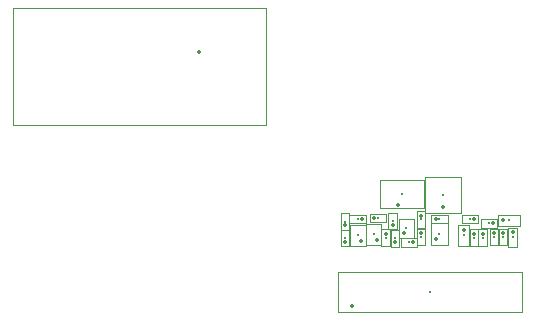
<source format=gbr>
%TF.GenerationSoftware,KiCad,Pcbnew,7.0.6*%
%TF.CreationDate,2023-09-10T10:30:15-04:00*%
%TF.ProjectId,headstage-neuropix1e,68656164-7374-4616-9765-2d6e6575726f,B*%
%TF.SameCoordinates,Original*%
%TF.FileFunction,Component,L1,Top*%
%TF.FilePolarity,Positive*%
%FSLAX46Y46*%
G04 Gerber Fmt 4.6, Leading zero omitted, Abs format (unit mm)*
G04 Created by KiCad (PCBNEW 7.0.6) date 2023-09-10 10:30:15*
%MOMM*%
%LPD*%
G01*
G04 APERTURE LIST*
%TA.AperFunction,ComponentMain*%
%ADD10C,0.300000*%
%TD*%
%TA.AperFunction,ComponentOutline,Courtyard*%
%ADD11C,0.100000*%
%TD*%
%TA.AperFunction,ComponentPin*%
%ADD12P,0.360000X4X0.000000*%
%TD*%
%TA.AperFunction,ComponentPin*%
%ADD13C,0.000000*%
%TD*%
G04 APERTURE END LIST*
D10*
%TO.C,"J2"*%
%TO.CFtp,"TE_1-2013496-8"*%
%TO.CVal,"1-2013496-8"*%
%TO.CLbN,"open-ephys"*%
%TO.CMnt,SMD*%
%TO.CRot,0*%
X142600000Y-96825000D03*
D11*
X150399999Y-95125001D02*
X150399999Y-98474999D01*
X134800001Y-98474999D01*
X134800001Y-95125001D01*
X150399999Y-95125001D01*
D12*
%TO.P,"J2","1","Pin_1"*%
X136000000Y-98025000D03*
D13*
%TO.P,"J2","2","Pin_2"*%
X136300000Y-95550000D03*
%TO.P,"J2","3","Pin_3"*%
X136600000Y-98025000D03*
%TO.P,"J2","4","Pin_4"*%
X136900000Y-95550000D03*
%TO.P,"J2","5","Pin_5"*%
X137200000Y-98025000D03*
%TO.P,"J2","6","Pin_6"*%
X137500000Y-95550000D03*
%TO.P,"J2","7","Pin_7"*%
X137800000Y-98025000D03*
%TO.P,"J2","8","Pin_8"*%
X138100000Y-95550000D03*
%TO.P,"J2","9","Pin_9"*%
X138400000Y-98025000D03*
%TO.P,"J2","10","Pin_10"*%
X138700000Y-95550000D03*
%TO.P,"J2","11","Pin_11"*%
X139000000Y-98025000D03*
%TO.P,"J2","12","Pin_12"*%
X139300000Y-95550000D03*
%TO.P,"J2","13","Pin_13"*%
X139600000Y-98025000D03*
%TO.P,"J2","14","Pin_14"*%
X139900000Y-95550000D03*
%TO.P,"J2","15","Pin_15"*%
X140200000Y-98025000D03*
%TO.P,"J2","16","Pin_16"*%
X140500000Y-95550000D03*
%TO.P,"J2","17","Pin_17"*%
X140800000Y-98025000D03*
%TO.P,"J2","18","Pin_18"*%
X141100000Y-95550000D03*
%TO.P,"J2","19","Pin_19"*%
X141400000Y-98025000D03*
%TO.P,"J2","20","Pin_20"*%
X141700000Y-95550000D03*
%TO.P,"J2","21","Pin_21"*%
X142000000Y-98025000D03*
%TO.P,"J2","22","Pin_22"*%
X142300000Y-95550000D03*
%TO.P,"J2","23","Pin_23"*%
X142600000Y-98025000D03*
%TO.P,"J2","24","Pin_24"*%
X142900000Y-95550000D03*
%TO.P,"J2","25","Pin_25"*%
X143200000Y-98025000D03*
%TO.P,"J2","26","Pin_26"*%
X143500000Y-95550000D03*
%TO.P,"J2","27","Pin_27"*%
X143800000Y-98025000D03*
%TO.P,"J2","28","Pin_28"*%
X144100000Y-95550000D03*
%TO.P,"J2","29","Pin_29"*%
X144400000Y-98025000D03*
%TO.P,"J2","30","Pin_30"*%
X144700000Y-95550000D03*
%TO.P,"J2","31","Pin_31"*%
X145000000Y-98025000D03*
%TO.P,"J2","32","Pin_32"*%
X145300000Y-95550000D03*
%TO.P,"J2","33","Pin_33"*%
X145600000Y-98025000D03*
%TO.P,"J2","34","Pin_34"*%
X145900000Y-95550000D03*
%TO.P,"J2","35","Pin_35"*%
X146200000Y-98025000D03*
%TO.P,"J2","36","Pin_36"*%
X146500000Y-95550000D03*
%TO.P,"J2","37","Pin_37"*%
X146800000Y-98025000D03*
%TO.P,"J2","38","Pin_38"*%
X147100000Y-95550000D03*
%TO.P,"J2","39","Pin_39"*%
X147400000Y-98025000D03*
%TO.P,"J2","40","Pin_40"*%
X147700000Y-95550000D03*
%TO.P,"J2","41","Pin_41"*%
X148000000Y-98025000D03*
%TO.P,"J2","42","Pin_42"*%
X148300000Y-95550000D03*
%TO.P,"J2","43","Pin_43"*%
X148600000Y-98025000D03*
%TO.P,"J2","44","Pin_44"*%
X148900000Y-95550000D03*
%TO.P,"J2","45","Pin_45"*%
X149200000Y-98025000D03*
%TO.P,"J2","MP","MountPin"*%
X135400000Y-97525000D03*
X149800000Y-97525000D03*
%TD*%
D10*
%TO.C,"R1"*%
%TO.CFtp,"R_0201_0603Metric"*%
%TO.CVal,"1k"*%
%TO.CLbN,"Resistor_SMD"*%
%TO.CMnt,SMD*%
%TO.CRot,0*%
X138180000Y-90560000D03*
D11*
X138879999Y-90210001D02*
X138879999Y-90909999D01*
X137480001Y-90909999D01*
X137480001Y-90210001D01*
X138879999Y-90210001D01*
D12*
%TO.P,"R1","1"*%
X137860000Y-90560000D03*
D13*
%TO.P,"R1","2"*%
X138500000Y-90560000D03*
%TD*%
D10*
%TO.C,"C19"*%
%TO.CFtp,"C_0201_0603Metric"*%
%TO.CVal,"10nF"*%
%TO.CLbN,"Capacitor_SMD"*%
%TO.CMnt,SMD*%
%TO.CRot,-90*%
X146350000Y-92200000D03*
D11*
X146699999Y-91500001D02*
X146699999Y-92899999D01*
X146000001Y-92899999D01*
X146000001Y-91500001D01*
X146699999Y-91500001D01*
D12*
%TO.P,"C19","1"*%
X146350000Y-91880000D03*
D13*
%TO.P,"C19","2"*%
X146350000Y-92520000D03*
%TD*%
D10*
%TO.C,"J5"*%
%TO.CFtp,"MOLEX_5050700622"*%
%TO.CVal,"5050700622"*%
%TO.CLbN,"jonnew"*%
%TO.CMnt,SMD*%
%TO.CRot,0*%
X140200000Y-88500000D03*
D11*
X142049999Y-87300001D02*
X142049999Y-89699999D01*
X138350001Y-89699999D01*
X138350001Y-87300001D01*
X142049999Y-87300001D01*
D12*
%TO.P,"J5","1","Pin_1"*%
X139850000Y-89410000D03*
D13*
%TO.P,"J5","2","Pin_2"*%
X139850000Y-87590000D03*
%TO.P,"J5","3","Pin_3"*%
X140200000Y-89410000D03*
%TO.P,"J5","4","Pin_4"*%
X140200000Y-87590000D03*
%TO.P,"J5","5","Pin_5"*%
X140550000Y-89410000D03*
%TO.P,"J5","6","Pin_6"*%
X140550000Y-87590000D03*
%TO.P,"J5","MP1","MountPin1"*%
X139475000Y-89265000D03*
%TO.P,"J5","MP2","MountPin2"*%
X139475000Y-87735000D03*
%TO.P,"J5","MP3","MountPin3"*%
X140925000Y-89265000D03*
%TO.P,"J5","MP4","MountPin4"*%
X140925000Y-87735000D03*
%TD*%
D10*
%TO.C,"J1"*%
%TO.CFtp,"HIROSE_X.FL-R-SMT-1"*%
%TO.CVal,"X.FL-R-SMT-1(02)"*%
%TO.CLbN,"jonnew"*%
%TO.CMnt,SMD*%
%TO.CRot,0*%
X143700000Y-88600000D03*
D11*
X145199999Y-87100001D02*
X145199999Y-90099999D01*
X142200001Y-90099999D01*
X142200001Y-87100001D01*
X145199999Y-87100001D01*
D12*
%TO.P,"J1","1","In"*%
X143700000Y-89575000D03*
D13*
%TO.P,"J1","2","Ext"*%
X142700000Y-88600000D03*
X143700000Y-87575000D03*
X144700000Y-88600000D03*
%TD*%
D10*
%TO.C,"R15"*%
%TO.CFtp,"R_0201_0603Metric"*%
%TO.CVal,"49.9"*%
%TO.CLbN,"Resistor_SMD"*%
%TO.CMnt,SMD*%
%TO.CRot,90*%
X139430000Y-90790000D03*
D11*
X139779999Y-90090001D02*
X139779999Y-91489999D01*
X139080001Y-91489999D01*
X139080001Y-90090001D01*
X139779999Y-90090001D01*
D12*
%TO.P,"R15","1"*%
X139430000Y-91110000D03*
D13*
%TO.P,"R15","2"*%
X139430000Y-90470000D03*
%TD*%
D10*
%TO.C,"R12"*%
%TO.CFtp,"R_0201_0603Metric"*%
%TO.CVal,"1k"*%
%TO.CLbN,"Resistor_SMD"*%
%TO.CMnt,SMD*%
%TO.CRot,-90*%
X141850000Y-90650000D03*
D11*
X142199999Y-89950001D02*
X142199999Y-91349999D01*
X141500001Y-91349999D01*
X141500001Y-89950001D01*
X142199999Y-89950001D01*
D12*
%TO.P,"R12","1"*%
X141850000Y-90330000D03*
D13*
%TO.P,"R12","2"*%
X141850000Y-90970000D03*
%TD*%
D10*
%TO.C,"C21"*%
%TO.CFtp,"C_0402_1005Metric"*%
%TO.CVal,"10uF"*%
%TO.CLbN,"Capacitor_SMD"*%
%TO.CMnt,SMD*%
%TO.CRot,-90*%
X145450000Y-92000000D03*
D11*
X145909999Y-91090001D02*
X145909999Y-92909999D01*
X144990001Y-92909999D01*
X144990001Y-91090001D01*
X145909999Y-91090001D01*
D12*
%TO.P,"C21","1"*%
X145450000Y-91520000D03*
D13*
%TO.P,"C21","2"*%
X145450000Y-92480000D03*
%TD*%
D10*
%TO.C,"U2"*%
%TO.CFtp,"ANALOG_CB-6-2_BGA-6_2x3_1.0x1.45mm"*%
%TO.CVal,"ADP220ACBZ-1812R7"*%
%TO.CLbN,"oe_common"*%
%TO.CMnt,SMD*%
%TO.CRot,180*%
X137840000Y-91920000D03*
D11*
X138489999Y-91020001D02*
X138489999Y-92819999D01*
X137190001Y-92819999D01*
X137190001Y-91020001D01*
X138489999Y-91020001D01*
D12*
%TO.P,"U2","A1","EN1"*%
X138090000Y-92420000D03*
D13*
%TO.P,"U2","A2","VOUT1"*%
X137590000Y-92420000D03*
%TO.P,"U2","B1","GND"*%
X138090000Y-91920000D03*
%TO.P,"U2","B2","VIN"*%
X137590000Y-91920000D03*
%TO.P,"U2","C1","EN2"*%
X138090000Y-91420000D03*
%TO.P,"U2","C2","VOUT2"*%
X137590000Y-91420000D03*
%TD*%
D10*
%TO.C,"C10"*%
%TO.CFtp,"C_0201_0603Metric"*%
%TO.CVal,"1uF"*%
%TO.CLbN,"Capacitor_SMD"*%
%TO.CMnt,SMD*%
%TO.CRot,90*%
X135400000Y-90845000D03*
D11*
X135749999Y-90145001D02*
X135749999Y-91544999D01*
X135050001Y-91544999D01*
X135050001Y-90145001D01*
X135749999Y-90145001D01*
D12*
%TO.P,"C10","1"*%
X135400000Y-91165000D03*
D13*
%TO.P,"C10","2"*%
X135400000Y-90525000D03*
%TD*%
D10*
%TO.C,"U6"*%
%TO.CFtp,"ANALOG_N60T1+1_WLP6-1.24x0.84x0.5"*%
%TO.CVal,"MAX40111ANT"*%
%TO.CLbN,"oe_common"*%
%TO.CMnt,SMD*%
%TO.CRot,90*%
X140600000Y-91400000D03*
D11*
X141199999Y-90600001D02*
X141199999Y-92199999D01*
X140000001Y-92199999D01*
X140000001Y-90600001D01*
X141199999Y-90600001D01*
D12*
%TO.P,"U6","A1","V+"*%
X140400000Y-91800000D03*
D13*
%TO.P,"U6","A2","~{SHDN}"*%
X140400000Y-91400000D03*
%TO.P,"U6","A3"*%
X140400000Y-91000000D03*
%TO.P,"U6","B1","+"*%
X140800000Y-91800000D03*
%TO.P,"U6","B2","V-"*%
X140800000Y-91400000D03*
%TO.P,"U6","B3","-"*%
X140800000Y-91000000D03*
%TD*%
D10*
%TO.C,"U4"*%
%TO.CFtp,"Texas_X2SON-4_1x1mm_P0.65mm"*%
%TO.CVal,"TPS3839E16DQNT "*%
%TO.CLbN,"Package_SON"*%
%TO.CMnt,SMD*%
%TO.CRot,90*%
X143400000Y-91900000D03*
D11*
X144149999Y-90990001D02*
X144149999Y-92809999D01*
X142650001Y-92809999D01*
X142650001Y-90990001D01*
X144149999Y-90990001D01*
D12*
%TO.P,"U4","1","~{RESET}"*%
X143075000Y-92330000D03*
D13*
%TO.P,"U4","2","NC"*%
X143725000Y-92330000D03*
%TO.P,"U4","3","GND"*%
X143725000Y-91470000D03*
%TO.P,"U4","4","VDD"*%
X143075000Y-91470000D03*
%TO.P,"U4","5","TP"*%
X143400000Y-91900000D03*
%TD*%
D10*
%TO.C,"C23"*%
%TO.CFtp,"C_0201_0603Metric"*%
%TO.CVal,"0.1uF"*%
%TO.CLbN,"Capacitor_SMD"*%
%TO.CMnt,SMD*%
%TO.CRot,-90*%
X148750000Y-92150000D03*
D11*
X149099999Y-91450001D02*
X149099999Y-92849999D01*
X148400001Y-92849999D01*
X148400001Y-91450001D01*
X149099999Y-91450001D01*
D12*
%TO.P,"C23","1"*%
X148750000Y-91830000D03*
D13*
%TO.P,"C23","2"*%
X148750000Y-92470000D03*
%TD*%
D10*
%TO.C,"R5"*%
%TO.CFtp,"R_0201_0603Metric"*%
%TO.CVal,"7.15k"*%
%TO.CLbN,"Resistor_SMD"*%
%TO.CMnt,SMD*%
%TO.CRot,90*%
X135400000Y-92245000D03*
D11*
X135749999Y-91545001D02*
X135749999Y-92944999D01*
X135050001Y-92944999D01*
X135050001Y-91545001D01*
X135749999Y-91545001D01*
D12*
%TO.P,"R5","1"*%
X135400000Y-92565000D03*
D13*
%TO.P,"R5","2"*%
X135400000Y-91925000D03*
%TD*%
D10*
%TO.C,"C20"*%
%TO.CFtp,"C_0201_0603Metric"*%
%TO.CVal,"0.1uF"*%
%TO.CLbN,"Capacitor_SMD"*%
%TO.CMnt,SMD*%
%TO.CRot,-90*%
X147050000Y-92200000D03*
D11*
X147399999Y-91500001D02*
X147399999Y-92899999D01*
X146700001Y-92899999D01*
X146700001Y-91500001D01*
X147399999Y-91500001D01*
D12*
%TO.P,"C20","1"*%
X147050000Y-91880000D03*
D13*
%TO.P,"C20","2"*%
X147050000Y-92520000D03*
%TD*%
D10*
%TO.C,"R11"*%
%TO.CFtp,"R_0201_0603Metric"*%
%TO.CVal,"1k"*%
%TO.CLbN,"Resistor_SMD"*%
%TO.CMnt,SMD*%
%TO.CRot,180*%
X140800000Y-92600000D03*
D11*
X141499999Y-92250001D02*
X141499999Y-92949999D01*
X140100001Y-92949999D01*
X140100001Y-92250001D01*
X141499999Y-92250001D01*
D12*
%TO.P,"R11","1"*%
X141120000Y-92600000D03*
D13*
%TO.P,"R11","2"*%
X140480000Y-92600000D03*
%TD*%
D10*
%TO.C,"C28"*%
%TO.CFtp,"C_0201_0603Metric"*%
%TO.CVal,"0.1uF"*%
%TO.CLbN,"Capacitor_SMD"*%
%TO.CMnt,SMD*%
%TO.CRot,90*%
X139650000Y-92250000D03*
D11*
X139999999Y-91550001D02*
X139999999Y-92949999D01*
X139300001Y-92949999D01*
X139300001Y-91550001D01*
X139999999Y-91550001D01*
D12*
%TO.P,"C28","1"*%
X139650000Y-92570000D03*
D13*
%TO.P,"C28","2"*%
X139650000Y-91930000D03*
%TD*%
D10*
%TO.C,"R14"*%
%TO.CFtp,"R_0201_0603Metric"*%
%TO.CVal,"10k"*%
%TO.CLbN,"Resistor_SMD"*%
%TO.CMnt,SMD*%
%TO.CRot,-90*%
X138840000Y-92200000D03*
D11*
X139189999Y-91500001D02*
X139189999Y-92899999D01*
X138490001Y-92899999D01*
X138490001Y-91500001D01*
X139189999Y-91500001D01*
D12*
%TO.P,"R14","1"*%
X138840000Y-91880000D03*
D13*
%TO.P,"R14","2"*%
X138840000Y-92520000D03*
%TD*%
D10*
%TO.C,"U3"*%
%TO.CFtp,"ANALOG_CB-6-2_BGA-6_2x3_1.0x1.45mm"*%
%TO.CVal,"ADP220ACBZ-1812R7"*%
%TO.CLbN,"oe_common"*%
%TO.CMnt,SMD*%
%TO.CRot,180*%
X136490000Y-92000000D03*
D11*
X137139999Y-91100001D02*
X137139999Y-92899999D01*
X135840001Y-92899999D01*
X135840001Y-91100001D01*
X137139999Y-91100001D01*
D12*
%TO.P,"U3","A1","EN1"*%
X136740000Y-92500000D03*
D13*
%TO.P,"U3","A2","VOUT1"*%
X136240000Y-92500000D03*
%TO.P,"U3","B1","GND"*%
X136740000Y-92000000D03*
%TO.P,"U3","B2","VIN"*%
X136240000Y-92000000D03*
%TO.P,"U3","C1","EN2"*%
X136740000Y-91500000D03*
%TO.P,"U3","C2","VOUT2"*%
X136240000Y-91500000D03*
%TD*%
D10*
%TO.C,"L4"*%
%TO.CFtp,"L_0201_0603Metric"*%
%TO.CVal,"BLF03RD501GZED"*%
%TO.CLbN,"Inductor_SMD"*%
%TO.CMnt,SMD*%
%TO.CRot,180*%
X147600000Y-91000000D03*
D11*
X148299999Y-90650001D02*
X148299999Y-91349999D01*
X146900001Y-91349999D01*
X146900001Y-90650001D01*
X148299999Y-90650001D01*
D12*
%TO.P,"L4","1","1"*%
X147920000Y-91000000D03*
D13*
%TO.P,"L4","2","2"*%
X147280000Y-91000000D03*
%TD*%
D10*
%TO.C,"C22"*%
%TO.CFtp,"C_0201_0603Metric"*%
%TO.CVal,"10nF"*%
%TO.CLbN,"Capacitor_SMD"*%
%TO.CMnt,SMD*%
%TO.CRot,-90*%
X148000000Y-92150000D03*
D11*
X148349999Y-91450001D02*
X148349999Y-92849999D01*
X147650001Y-92849999D01*
X147650001Y-91450001D01*
X148349999Y-91450001D01*
D12*
%TO.P,"C22","1"*%
X148000000Y-91830000D03*
D13*
%TO.P,"C22","2"*%
X148000000Y-92470000D03*
%TD*%
D10*
%TO.C,"C7"*%
%TO.CFtp,"C_0201_0603Metric"*%
%TO.CVal,"0.1uF"*%
%TO.CLbN,"Capacitor_SMD"*%
%TO.CMnt,SMD*%
%TO.CRot,0*%
X143400000Y-90600000D03*
D11*
X144099999Y-90250001D02*
X144099999Y-90949999D01*
X142700001Y-90949999D01*
X142700001Y-90250001D01*
X144099999Y-90250001D01*
D12*
%TO.P,"C7","1"*%
X143080000Y-90600000D03*
D13*
%TO.P,"C7","2"*%
X143720000Y-90600000D03*
%TD*%
D10*
%TO.C,"C24"*%
%TO.CFtp,"C_0402_1005Metric"*%
%TO.CVal,"10uF"*%
%TO.CLbN,"Capacitor_SMD"*%
%TO.CMnt,SMD*%
%TO.CRot,0*%
X149280000Y-90725000D03*
D11*
X150189999Y-90265001D02*
X150189999Y-91184999D01*
X148370001Y-91184999D01*
X148370001Y-90265001D01*
X150189999Y-90265001D01*
D12*
%TO.P,"C24","1"*%
X148800000Y-90725000D03*
D13*
%TO.P,"C24","2"*%
X149760000Y-90725000D03*
%TD*%
D10*
%TO.C,"R10"*%
%TO.CFtp,"R_0201_0603Metric"*%
%TO.CVal,"49.9"*%
%TO.CLbN,"Resistor_SMD"*%
%TO.CMnt,SMD*%
%TO.CRot,180*%
X146000000Y-90600000D03*
D11*
X146699999Y-90250001D02*
X146699999Y-90949999D01*
X145300001Y-90949999D01*
X145300001Y-90250001D01*
X146699999Y-90250001D01*
D12*
%TO.P,"R10","1"*%
X146320000Y-90600000D03*
D13*
%TO.P,"R10","2"*%
X145680000Y-90600000D03*
%TD*%
D10*
%TO.C,"J3"*%
%TO.CFtp,"IDC-Header_2x05_P2.54mm_Vertical"*%
%TO.CVal,"SBH11-PBPC-D05-ST-BK"*%
%TO.CLbN,"Connector_IDC"*%
%TO.CMnt,TH*%
%TO.CRot,-90*%
X123080000Y-76447500D03*
D11*
X128679999Y-72767501D02*
X128679999Y-82667499D01*
X107320001Y-82667499D01*
X107320001Y-72767501D01*
X128679999Y-72767501D01*
D12*
%TO.P,"J3","1","Pin_1"*%
X123080000Y-76447500D03*
D13*
%TO.P,"J3","2","Pin_2"*%
X123080000Y-78987500D03*
%TO.P,"J3","3","Pin_3"*%
X120540000Y-76447500D03*
%TO.P,"J3","4","Pin_4"*%
X120540000Y-78987500D03*
%TO.P,"J3","5","Pin_5"*%
X118000000Y-76447500D03*
%TO.P,"J3","6","Pin_6"*%
X118000000Y-78987500D03*
%TO.P,"J3","7","Pin_7"*%
X115460000Y-76447500D03*
%TO.P,"J3","8","Pin_8"*%
X115460000Y-78987500D03*
%TO.P,"J3","9","Pin_9"*%
X112920000Y-76447500D03*
%TO.P,"J3","10","Pin_10"*%
X112920000Y-78987500D03*
%TD*%
D10*
%TO.C,"R13"*%
%TO.CFtp,"R_0201_0603Metric"*%
%TO.CVal,"1k"*%
%TO.CLbN,"Resistor_SMD"*%
%TO.CMnt,SMD*%
%TO.CRot,-90*%
X141850000Y-92150000D03*
D11*
X142199999Y-91450001D02*
X142199999Y-92849999D01*
X141500001Y-92849999D01*
X141500001Y-91450001D01*
X142199999Y-91450001D01*
D12*
%TO.P,"R13","1"*%
X141850000Y-91830000D03*
D13*
%TO.P,"R13","2"*%
X141850000Y-92470000D03*
%TD*%
D10*
%TO.C,"R2"*%
%TO.CFtp,"R_0201_0603Metric"*%
%TO.CVal,"1k"*%
%TO.CLbN,"Resistor_SMD"*%
%TO.CMnt,SMD*%
%TO.CRot,180*%
X136480000Y-90620000D03*
D11*
X137179999Y-90270001D02*
X137179999Y-90969999D01*
X135780001Y-90969999D01*
X135780001Y-90270001D01*
X137179999Y-90270001D01*
D12*
%TO.P,"R2","1"*%
X136800000Y-90620000D03*
D13*
%TO.P,"R2","2"*%
X136160000Y-90620000D03*
%TD*%
D10*
%TO.C,"D1"*%
%TO.CFtp,"ROHM_SML-P11MTT86R"*%
%TO.CVal,"SML-P11UTT86R"*%
%TO.CLbN,"jonnew"*%
%TO.CMnt,SMD*%
%TO.CRot,-90*%
X149600000Y-92150000D03*
D11*
X149999999Y-91350001D02*
X149999999Y-92949999D01*
X149200001Y-92949999D01*
X149200001Y-91350001D01*
X149999999Y-91350001D01*
D12*
%TO.P,"D1","1","K"*%
X149600000Y-91700000D03*
D13*
%TO.P,"D1","2","A"*%
X149600000Y-92600000D03*
%TD*%
M02*

</source>
